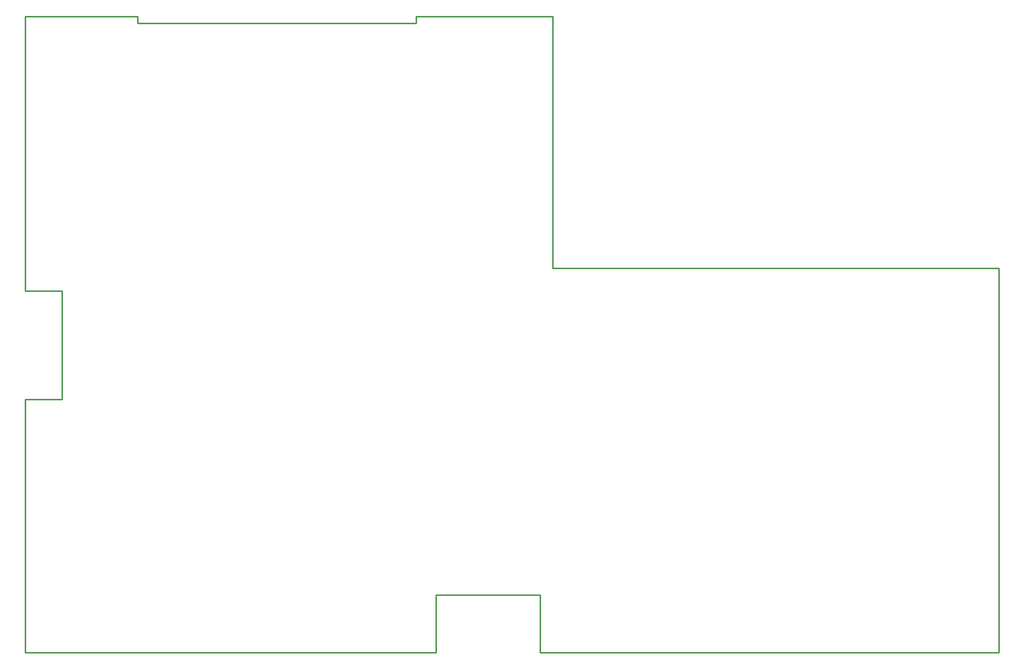
<source format=gbr>
G04 EAGLE Gerber RS-274X export*
G75*
%MOMM*%
%FSLAX34Y34*%
%LPD*%
%IN*%
%IPPOS*%
%AMOC8*
5,1,8,0,0,1.08239X$1,22.5*%
G01*
G04 Define Apertures*
%ADD10C,0.254000*%
D10*
X0Y5000D02*
X718000Y5000D01*
X718000Y105000D01*
X900000Y105000D01*
X900000Y5000D01*
X1702000Y5000D01*
X1702000Y677000D01*
X922000Y677000D01*
X922000Y1117000D01*
X683260Y1117000D01*
X683260Y1104900D01*
X196850Y1104900D01*
X196850Y1117000D01*
X0Y1117000D01*
X0Y637200D01*
X64770Y637200D01*
X64770Y447461D01*
X0Y447461D01*
X0Y5000D01*
M02*

</source>
